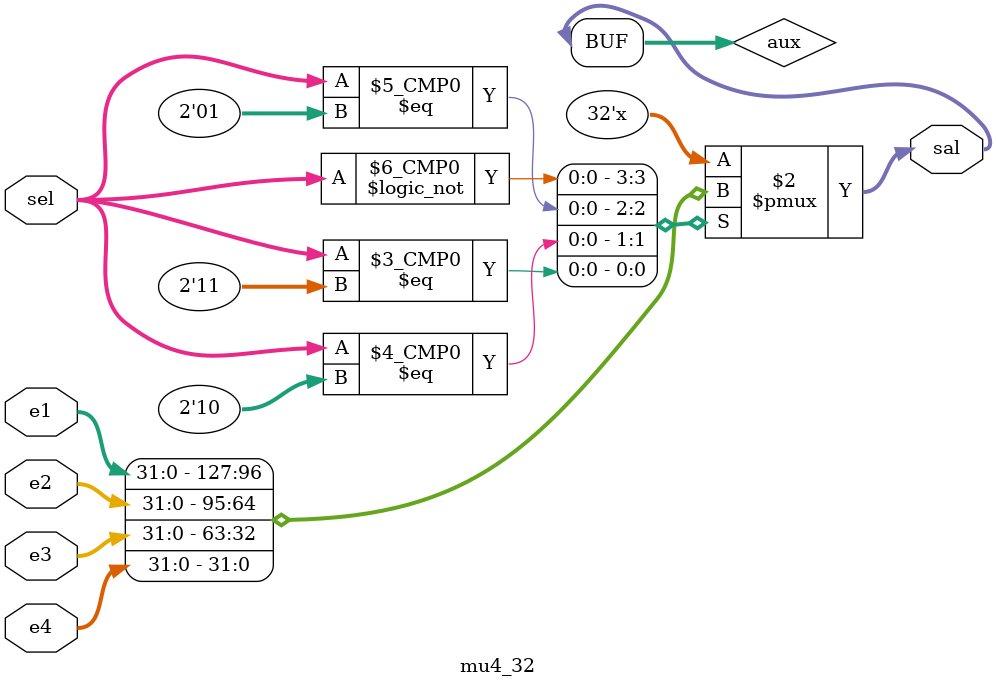
<source format=v>
module mu4_32(
    input [31:0] e1,
    input [31:0] e2,
    input [31:0] e3,
    input [31:0] e4,
    input [1:0] sel,
    output [31:0] sal
);
reg [31:0] aux;

always@(*)
    begin
        case(sel)
            2'b00:
                aux = e1;
            2'b01:
                aux = e2;
            2'b10:
                aux = e3;
            2'b11:
                aux = e4;
        endcase
    end
assign sal = aux;

endmodule
</source>
